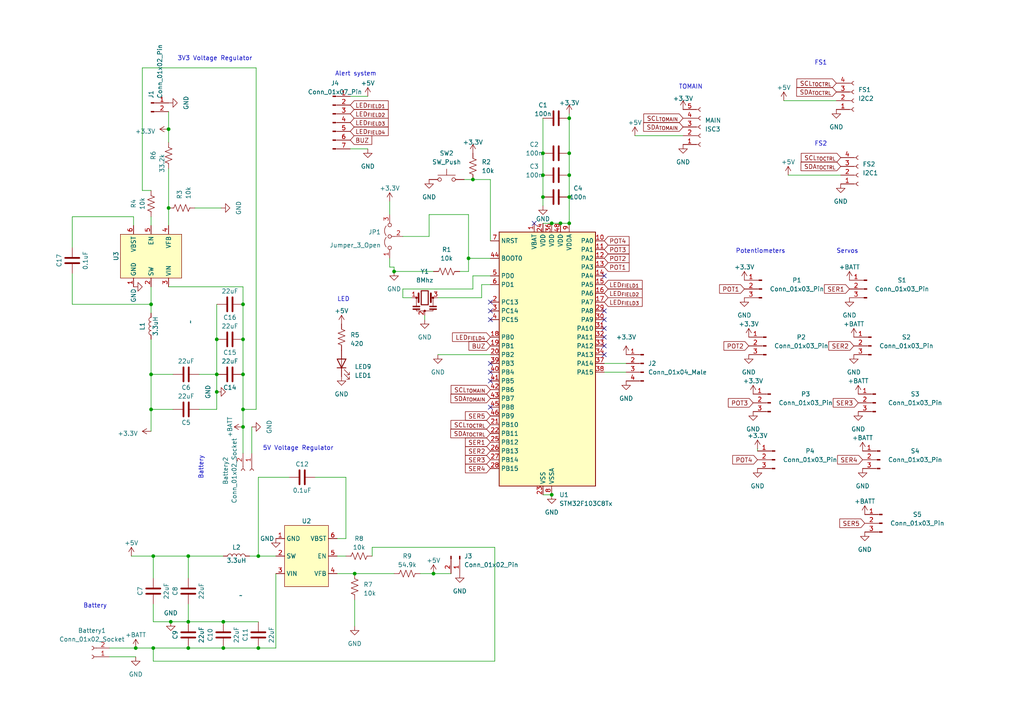
<source format=kicad_sch>
(kicad_sch (version 20230121) (generator eeschema)
  (paper "A4")
  (title_block (title "Falcon Control MAIN") (date "2023-11-30") (rev "8") (company "Human Powered Vehicles Design Team @ UOFT") (comment 1 "Supervised by Savo Bajic") (comment 2 "Designed by Abdullah Alsafar"))
  (lib_symbols
    (symbol "Connector:Conn_01x02_Pin" (pin_names (offset 1.016) hide)
      (property "Reference" "J" (at 0 2.54 0))
      (property "Value" "Conn_01x02_Pin" (at 0 -5.08 0))
      (symbol "Conn_01x02_Pin_1_1"
        (pin passive line (at 5.08 0 180) (length 3.81) (name "Pin_1") (number "1"))
        (pin passive line (at 5.08 -2.54 180) (length 3.81) (name "Pin_2") (number "2"))
      )
    )
    (symbol "Connector:Conn_01x02_Socket" (pin_names (offset 1.016) hide)
      (property "Reference" "J" (at 0 2.54 0))
      (property "Value" "Conn_01x02_Socket" (at 0 -5.08 0))
      (symbol "Conn_01x02_Socket_1_1"
        (pin passive line (at -5.08 0 0) (length 3.81) (name "Pin_1") (number "1"))
        (pin passive line (at -5.08 -2.54 0) (length 3.81) (name "Pin_2") (number "2"))
      )
    )
    (symbol "Connector:Conn_01x03_Pin" (pin_names (offset 1.016) hide)
      (property "Reference" "J" (at 0 5.08 0))
      (property "Value" "Conn_01x03_Pin" (at 0 -5.08 0))
      (symbol "Conn_01x03_Pin_1_1"
        (pin passive line (at 5.08 2.54 180) (length 3.81) (name "Pin_1") (number "1"))
        (pin passive line (at 5.08 0 180) (length 3.81) (name "Pin_2") (number "2"))
        (pin passive line (at 5.08 -2.54 180) (length 3.81) (name "Pin_3") (number "3"))
      )
    )
    (symbol "Connector:Conn_01x04_Male" (pin_names (offset 1.016) hide)
      (property "Reference" "J" (at 0 5.08 0))
      (property "Value" "Conn_01x04_Male" (at 0 -7.62 0))
      (symbol "Conn_01x04_Male_1_1"
        (pin passive line (at 5.08 2.54 180) (length 3.81) (name "Pin_1") (number "1"))
        (pin passive line (at 5.08 0 180) (length 3.81) (name "Pin_2") (number "2"))
        (pin passive line (at 5.08 -2.54 180) (length 3.81) (name "Pin_3") (number "3"))
        (pin passive line (at 5.08 -5.08 180) (length 3.81) (name "Pin_4") (number "4"))
      )
    )
    (symbol "Connector:Conn_01x04_Socket" (pin_names (offset 1.016) hide)
      (property "Reference" "J" (at 0 5.08 0))
      (property "Value" "Conn_01x04_Socket" (at 0 -7.62 0))
      (symbol "Conn_01x04_Socket_1_1"
        (pin passive line (at -5.08 2.54 0) (length 3.81) (name "Pin_1") (number "1"))
        (pin passive line (at -5.08 0 0) (length 3.81) (name "Pin_2") (number "2"))
        (pin passive line (at -5.08 -2.54 0) (length 3.81) (name "Pin_3") (number "3"))
        (pin passive line (at -5.08 -5.08 0) (length 3.81) (name "Pin_4") (number "4"))
      )
    )
    (symbol "Connector:Conn_01x05_Socket" (pin_names (offset 1.016) hide)
      (property "Reference" "J" (at 0 7.62 0))
      (property "Value" "Conn_01x05_Socket" (at 0 -7.62 0))
      (symbol "Conn_01x05_Socket_1_1"
        (pin passive line (at -5.08 5.08 0) (length 3.81) (name "Pin_1") (number "1"))
        (pin passive line (at -5.08 2.54 0) (length 3.81) (name "Pin_2") (number "2"))
        (pin passive line (at -5.08 0 0) (length 3.81) (name "Pin_3") (number "3"))
        (pin passive line (at -5.08 -2.54 0) (length 3.81) (name "Pin_4") (number "4"))
        (pin passive line (at -5.08 -5.08 0) (length 3.81) (name "Pin_5") (number "5"))
      )
    )
    (symbol "Connector:Conn_01x07_Pin" (pin_names (offset 1.016) hide)
      (property "Reference" "J" (at 0 10.16 0))
      (property "Value" "Conn_01x07_Pin" (at 0 -10.16 0))
      (symbol "Conn_01x07_Pin_1_1"
        (pin passive line (at 5.08 7.62 180) (length 3.81) (name "Pin_1") (number "1"))
        (pin passive line (at 5.08 5.08 180) (length 3.81) (name "Pin_2") (number "2"))
        (pin passive line (at 5.08 2.54 180) (length 3.81) (name "Pin_3") (number "3"))
        (pin passive line (at 5.08 0 180) (length 3.81) (name "Pin_4") (number "4"))
        (pin passive line (at 5.08 -2.54 180) (length 3.81) (name "Pin_5") (number "5"))
        (pin passive line (at 5.08 -5.08 180) (length 3.81) (name "Pin_6") (number "6"))
        (pin passive line (at 5.08 -7.62 180) (length 3.81) (name "Pin_7") (number "7"))
      )
    )
    (symbol "Device:C" (pin_numbers hide) (pin_names (offset 0.254))
      (property "Reference" "C" (at 0.635 2.54 0))
      (property "Value" "C" (at 0.635 -2.54 0))
      (symbol "C_1_1"
        (pin passive line (at 0 3.81 270) (length 2.794) (name "~") (number "1"))
        (pin passive line (at 0 -3.81 90) (length 2.794) (name "~") (number "2"))
      )
    )
    (symbol "Device:L" (pin_numbers hide) (pin_names (offset 1.016) hide)
      (property "Reference" "L" (at -1.27 0 90))
      (property "Value" "L" (at 1.905 0 90))
      (symbol "L_1_1"
        (pin passive line (at 0 3.81 270) (length 1.27) (name "1") (number "1"))
        (pin passive line (at 0 -3.81 90) (length 1.27) (name "2") (number "2"))
      )
    )
    (symbol "Device:LED" (pin_numbers hide) (pin_names (offset 1.016) hide)
      (property "Reference" "D" (at 0 2.54 0))
      (property "Value" "LED" (at 0 -2.54 0))
      (symbol "LED_1_1"
        (pin passive line (at -3.81 0 0) (length 2.54) (name "K") (number "1"))
        (pin passive line (at 3.81 0 180) (length 2.54) (name "A") (number "2"))
      )
    )
    (symbol "Device:R_US" (pin_numbers hide) (pin_names (offset 0))
      (property "Reference" "R" (at 2.54 0 90))
      (property "Value" "R_US" (at -2.54 0 90))
      (symbol "R_US_1_1"
        (pin passive line (at 0 3.81 270) (length 1.27) (name "~") (number "1"))
        (pin passive line (at 0 -3.81 90) (length 1.27) (name "~") (number "2"))
      )
    )
    (symbol "Device:Resonator" (pin_names (offset 1.016) hide)
      (property "Reference" "Y" (at 0 5.715 0))
      (property "Value" "Resonator" (at 0 3.81 0))
      (symbol "Resonator_1_1"
        (pin passive line (at -3.81 0 0) (length 1.27) (name "1") (number "1"))
        (pin passive line (at 0 -5.08 90) (length 1.27) (name "2") (number "2"))
        (pin passive line (at 3.81 0 180) (length 1.27) (name "3") (number "3"))
      )
    )
    (symbol "Jumper:Jumper_3_Open" (pin_names (offset 0) hide)
      (property "Reference" "JP" (at -2.54 -2.54 0))
      (property "Value" "Jumper_3_Open" (at 0 2.794 0))
      (symbol "Jumper_3_Open_1_1"
        (pin passive line (at -6.35 0 0) (length 2.54) (name "A") (number "1"))
        (pin passive line (at 0 -3.81 90) (length 2.54) (name "C") (number "2"))
        (pin passive line (at 6.35 0 180) (length 2.54) (name "B") (number "3"))
      )
    )
    (symbol "MCU_ST_STM32F1:STM32F103C8Tx"
      (property "Reference" "U" (at -12.7 39.37 0))
      (property "Value" "STM32F103C8Tx" (at 10.16 39.37 0))
      (symbol "STM32F103C8Tx_1_1"
        (pin power_in line (at -2.54 40.64 270) (length 2.54) (name "VBAT") (number "1"))
        (pin bidirectional line (at 17.78 35.56 180) (length 2.54) (name "PA0") (number "10"))
        (pin bidirectional line (at 17.78 33.02 180) (length 2.54) (name "PA1") (number "11"))
        (pin bidirectional line (at 17.78 30.48 180) (length 2.54) (name "PA2") (number "12"))
        (pin bidirectional line (at 17.78 27.94 180) (length 2.54) (name "PA3") (number "13"))
        (pin bidirectional line (at 17.78 25.4 180) (length 2.54) (name "PA4") (number "14"))
        (pin bidirectional line (at 17.78 22.86 180) (length 2.54) (name "PA5") (number "15"))
        (pin bidirectional line (at 17.78 20.32 180) (length 2.54) (name "PA6") (number "16"))
        (pin bidirectional line (at 17.78 17.78 180) (length 2.54) (name "PA7") (number "17"))
        (pin bidirectional line (at -15.24 7.62 0) (length 2.54) (name "PB0") (number "18"))
        (pin bidirectional line (at -15.24 5.08 0) (length 2.54) (name "PB1") (number "19"))
        (pin bidirectional line (at -15.24 17.78 0) (length 2.54) (name "PC13") (number "2"))
        (pin bidirectional line (at -15.24 2.54 0) (length 2.54) (name "PB2") (number "20"))
        (pin bidirectional line (at -15.24 -17.78 0) (length 2.54) (name "PB10") (number "21"))
        (pin bidirectional line (at -15.24 -20.32 0) (length 2.54) (name "PB11") (number "22"))
        (pin power_in line (at 0 -38.1 90) (length 2.54) (name "VSS") (number "23"))
        (pin power_in line (at 0 40.64 270) (length 2.54) (name "VDD") (number "24"))
        (pin bidirectional line (at -15.24 -22.86 0) (length 2.54) (name "PB12") (number "25"))
        (pin bidirectional line (at -15.24 -25.4 0) (length 2.54) (name "PB13") (number "26"))
        (pin bidirectional line (at -15.24 -27.94 0) (length 2.54) (name "PB14") (number "27"))
        (pin bidirectional line (at -15.24 -30.48 0) (length 2.54) (name "PB15") (number "28"))
        (pin bidirectional line (at 17.78 15.24 180) (length 2.54) (name "PA8") (number "29"))
        (pin bidirectional line (at -15.24 15.24 0) (length 2.54) (name "PC14") (number "3"))
        (pin bidirectional line (at 17.78 12.7 180) (length 2.54) (name "PA9") (number "30"))
        (pin bidirectional line (at 17.78 10.16 180) (length 2.54) (name "PA10") (number "31"))
        (pin bidirectional line (at 17.78 7.62 180) (length 2.54) (name "PA11") (number "32"))
        (pin bidirectional line (at 17.78 5.08 180) (length 2.54) (name "PA12") (number "33"))
        (pin bidirectional line (at 17.78 2.54 180) (length 2.54) (name "PA13") (number "34"))
        (pin passive line (at 0 -38.1 90) (length 2.54) hide (name "VSS") (number "35"))
        (pin power_in line (at 2.54 40.64 270) (length 2.54) (name "VDD") (number "36"))
        (pin bidirectional line (at 17.78 0 180) (length 2.54) (name "PA14") (number "37"))
        (pin bidirectional line (at 17.78 -2.54 180) (length 2.54) (name "PA15") (number "38"))
        (pin bidirectional line (at -15.24 0 0) (length 2.54) (name "PB3") (number "39"))
        (pin bidirectional line (at -15.24 12.7 0) (length 2.54) (name "PC15") (number "4"))
        (pin bidirectional line (at -15.24 -2.54 0) (length 2.54) (name "PB4") (number "40"))
        (pin bidirectional line (at -15.24 -5.08 0) (length 2.54) (name "PB5") (number "41"))
        (pin bidirectional line (at -15.24 -7.62 0) (length 2.54) (name "PB6") (number "42"))
        (pin bidirectional line (at -15.24 -10.16 0) (length 2.54) (name "PB7") (number "43"))
        (pin input line (at -15.24 30.48 0) (length 2.54) (name "BOOT0") (number "44"))
        (pin bidirectional line (at -15.24 -12.7 0) (length 2.54) (name "PB8") (number "45"))
        (pin bidirectional line (at -15.24 -15.24 0) (length 2.54) (name "PB9") (number "46"))
        (pin passive line (at 0 -38.1 90) (length 2.54) hide (name "VSS") (number "47"))
        (pin power_in line (at 5.08 40.64 270) (length 2.54) (name "VDD") (number "48"))
        (pin bidirectional line (at -15.24 25.4 0) (length 2.54) (name "PD0") (number "5"))
        (pin bidirectional line (at -15.24 22.86 0) (length 2.54) (name "PD1") (number "6"))
        (pin input line (at -15.24 35.56 0) (length 2.54) (name "NRST") (number "7"))
        (pin power_in line (at 2.54 -38.1 90) (length 2.54) (name "VSSA") (number "8"))
        (pin power_in line (at 7.62 40.64 270) (length 2.54) (name "VDDA") (number "9"))
      )
    )
    (symbol "Regulators:TPS563208DDCR"
      (property "Reference" "U" (at -5.08 10.16 0))
      (symbol "TPS563208DDCR_1_1"
        (pin input line (at -8.89 5.08 0) (length 2.54) (name "GND") (number "1"))
        (pin input line (at -8.89 0 0) (length 2.54) (name "SW") (number "2"))
        (pin input line (at -8.89 -5.08 0) (length 2.54) (name "VIN") (number "3"))
        (pin input line (at 8.89 -5.08 180) (length 2.54) (name "VFB") (number "4"))
        (pin input line (at 8.89 0 180) (length 2.54) (name "EN") (number "5"))
        (pin input line (at 8.89 5.08 180) (length 2.54) (name "VBST") (number "6"))
      )
    )
    (symbol "Switch:SW_Push" (pin_numbers hide) (pin_names (offset 1.016) hide)
      (property "Reference" "SW" (at 1.27 2.54 0))
      (property "Value" "SW_Push" (at 0 -1.524 0))
      (symbol "SW_Push_0_1"
        (pin passive line (at -5.08 0 0) (length 2.54) (name "1") (number "1"))
        (pin passive line (at 5.08 0 180) (length 2.54) (name "2") (number "2"))
      )
    )
    (symbol "power:+3.3V" (power) (pin_names (offset 0))
      (property "Value" "+3.3V" (at 0 3.556 0))
      (symbol "+3.3V_1_1"
        (pin power_in line (at 0 0 90) (length 0) hide (name "+3.3V") (number "1"))
      )
    )
    (symbol "power:+5V" (power) (pin_names (offset 0))
      (property "Value" "+5V" (at 0 3.556 0))
      (symbol "+5V_1_1"
        (pin power_in line (at 0 0 90) (length 0) hide (name "+5V") (number "1"))
      )
    )
    (symbol "power:+BATT" (power) (pin_names (offset 0))
      (property "Value" "+BATT" (at 0 3.556 0))
      (symbol "+BATT_1_1"
        (pin power_in line (at 0 0 90) (length 0) hide (name "+BATT") (number "1"))
      )
    )
    (symbol "power:GND" (power) (pin_names (offset 0))
      (property "Value" "GND" (at 0 -3.81 0))
      (symbol "GND_1_1"
        (pin power_in line (at 0 0 270) (length 0) hide (name "GND") (number "1"))
      )
    )
  )
  (junction (at 165.1 64.77))
  (junction (at 74.93 187.96))
  (junction (at 54.61 187.96))
  (junction (at 62.865 98.425))
  (junction (at 48.895 60.325))
  (junction (at 165.1 44.45))
  (junction (at 165.1 57.15))
  (junction (at 135.89 74.93))
  (junction (at 62.865 113.665))
  (junction (at 70.485 123.825))
  (junction (at 48.895 37.465))
  (junction (at 74.93 161.29))
  (junction (at 157.48 44.45))
  (junction (at 64.77 187.96))
  (junction (at 54.61 180.34))
  (junction (at 62.865 108.585))
  (junction (at 43.815 108.585))
  (junction (at 44.45 187.96))
  (junction (at 70.485 118.745))
  (junction (at 114.3 78.74))
  (junction (at 70.485 108.585))
  (junction (at 43.815 88.265))
  (junction (at 162.56 64.77))
  (junction (at 44.45 161.29))
  (junction (at 102.87 166.37))
  (junction (at 137.16 52.07))
  (junction (at 39.37 187.96))
  (junction (at 165.1 34.29))
  (junction (at 160.02 64.77))
  (junction (at 70.485 98.425))
  (junction (at 64.77 180.34))
  (junction (at 70.485 88.265))
  (junction (at 160.02 143.51))
  (junction (at 157.48 57.15))
  (junction (at 49.53 180.34))
  (junction (at 43.815 118.745))
  (junction (at 54.61 161.29))
  (junction (at 165.1 50.8))
  (junction (at 157.48 50.8))
  (junction (at 125.73 166.37))
  (no_connect (at 175.26 100.33))
  (no_connect (at 142.24 110.49))
  (no_connect (at 175.26 95.25))
  (no_connect (at 154.94 64.77))
  (no_connect (at 175.26 92.71))
  (no_connect (at 175.26 97.79))
  (no_connect (at 142.24 87.63))
  (no_connect (at 175.26 80.01))
  (no_connect (at 142.24 105.41))
  (no_connect (at 142.24 118.11))
  (no_connect (at 142.24 92.71))
  (no_connect (at 175.26 102.87))
  (no_connect (at 175.26 90.17))
  (no_connect (at 142.24 107.95))
  (no_connect (at 142.24 90.17))
  (wire (pts (xy 107.95 158.75) (xy 143.51 158.75)))
  (wire (pts (xy 143.51 158.75) (xy 143.51 191.77)))
  (wire (pts (xy 62.865 98.425) (xy 62.865 108.585)))
  (wire (pts (xy 102.87 166.37) (xy 97.79 166.37)))
  (wire (pts (xy 142.24 82.55) (xy 139.7 82.55)))
  (wire (pts (xy 56.515 60.325) (xy 64.135 60.325)))
  (wire (pts (xy 70.485 118.745) (xy 70.485 108.585)))
  (wire (pts (xy 124.46 62.23) (xy 124.46 68.58)))
  (wire (pts (xy 70.485 108.585) (xy 70.485 98.425)))
  (wire (pts (xy 62.865 88.265) (xy 62.865 98.425)))
  (wire (pts (xy 54.61 175.26) (xy 54.61 180.34)))
  (wire (pts (xy 64.77 187.96) (xy 74.93 187.96)))
  (wire (pts (xy 133.35 78.74) (xy 135.89 78.74)))
  (wire (pts (xy 57.785 118.745) (xy 62.865 118.745)))
  (wire (pts (xy 43.815 90.805) (xy 43.815 88.265)))
  (wire (pts (xy 228.6 50.8) (xy 243.84 50.8)))
  (wire (pts (xy 127 86.36) (xy 139.7 86.36)))
  (wire (pts (xy 114.3 78.74) (xy 125.73 78.74)))
  (wire (pts (xy 114.3 77.47) (xy 114.3 78.74)))
  (wire (pts (xy 142.24 52.07) (xy 142.24 69.85)))
  (wire (pts (xy 139.7 82.55) (xy 139.7 86.36)))
  (wire (pts (xy 50.165 118.745) (xy 43.815 118.745)))
  (wire (pts (xy 41.275 19.685) (xy 74.295 19.685)))
  (wire (pts (xy 41.275 55.245) (xy 43.815 55.245)))
  (wire (pts (xy 113.03 74.93) (xy 113.03 77.47)))
  (wire (pts (xy 107.95 158.75) (xy 107.95 161.29)))
  (wire (pts (xy 70.485 123.825) (xy 70.485 118.745)))
  (wire (pts (xy 70.485 83.185) (xy 70.485 88.265)))
  (wire (pts (xy 157.48 44.45) (xy 157.48 50.8)))
  (wire (pts (xy 44.45 180.34) (xy 49.53 180.34)))
  (wire (pts (xy 44.45 175.26) (xy 44.45 180.34)))
  (wire (pts (xy 43.815 108.585) (xy 43.815 98.425)))
  (wire (pts (xy 175.26 107.95) (xy 181.61 107.95)))
  (wire (pts (xy 165.1 57.15) (xy 165.1 64.77)))
  (wire (pts (xy 165.1 50.8) (xy 165.1 57.15)))
  (wire (pts (xy 39.37 190.5) (xy 31.75 190.5)))
  (wire (pts (xy 62.865 108.585) (xy 62.865 113.665)))
  (wire (pts (xy 44.45 187.96) (xy 54.61 187.96)))
  (wire (pts (xy 70.485 98.425) (xy 70.485 88.265)))
  (wire (pts (xy 20.955 79.375) (xy 20.955 88.265)))
  (wire (pts (xy 38.1 161.29) (xy 44.45 161.29)))
  (wire (pts (xy 165.1 34.29) (xy 165.1 44.45)))
  (wire (pts (xy 135.89 62.23) (xy 135.89 74.93)))
  (wire (pts (xy 48.895 83.185) (xy 70.485 83.185)))
  (wire (pts (xy 72.39 161.29) (xy 74.93 161.29)))
  (wire (pts (xy 142.24 74.93) (xy 135.89 74.93)))
  (wire (pts (xy 48.895 37.465) (xy 48.895 41.275)))
  (wire (pts (xy 100.33 138.43) (xy 91.44 138.43)))
  (wire (pts (xy 80.01 187.96) (xy 74.93 187.96)))
  (wire (pts (xy 100.33 156.21) (xy 100.33 138.43)))
  (wire (pts (xy 39.37 187.96) (xy 44.45 187.96)))
  (wire (pts (xy 74.295 19.685) (xy 74.295 118.745)))
  (wire (pts (xy 137.16 80.01) (xy 142.24 80.01)))
  (wire (pts (xy 135.89 62.23) (xy 124.46 62.23)))
  (wire (pts (xy 106.68 27.94) (xy 101.6 27.94)))
  (wire (pts (xy 83.82 138.43) (xy 74.93 138.43)))
  (wire (pts (xy 116.84 86.36) (xy 119.38 86.36)))
  (wire (pts (xy 162.56 64.77) (xy 165.1 64.77)))
  (wire (pts (xy 143.51 191.77) (xy 44.45 191.77)))
  (wire (pts (xy 48.895 32.385) (xy 48.895 37.465)))
  (wire (pts (xy 100.33 156.21) (xy 97.79 156.21)))
  (wire (pts (xy 137.16 83.82) (xy 137.16 80.01)))
  (wire (pts (xy 44.45 191.77) (xy 44.45 187.96)))
  (wire (pts (xy 116.84 83.82) (xy 116.84 86.36)))
  (wire (pts (xy 74.93 180.34) (xy 64.77 180.34)))
  (wire (pts (xy 80.01 166.37) (xy 80.01 187.96)))
  (wire (pts (xy 114.3 166.37) (xy 102.87 166.37)))
  (wire (pts (xy 165.1 33.02) (xy 165.1 34.29)))
  (wire (pts (xy 57.785 108.585) (xy 62.865 108.585)))
  (wire (pts (xy 48.895 60.325) (xy 48.895 65.405)))
  (wire (pts (xy 43.815 118.745) (xy 43.815 108.585)))
  (wire (pts (xy 219.71 130.175) (xy 219.71 130.81)))
  (wire (pts (xy 175.26 105.41) (xy 181.61 105.41)))
  (wire (pts (xy 44.45 167.64) (xy 44.45 161.29)))
  (wire (pts (xy 157.48 57.15) (xy 157.48 59.69)))
  (wire (pts (xy 157.48 34.29) (xy 157.48 44.45)))
  (wire (pts (xy 157.48 50.8) (xy 157.48 57.15)))
  (wire (pts (xy 74.295 118.745) (xy 70.485 118.745)))
  (wire (pts (xy 31.75 187.96) (xy 39.37 187.96)))
  (wire (pts (xy 20.955 88.265) (xy 43.815 88.265)))
  (wire (pts (xy 54.61 167.64) (xy 54.61 161.29)))
  (wire (pts (xy 227.33 29.21) (xy 242.57 29.21)))
  (wire (pts (xy 106.68 43.18) (xy 101.6 43.18)))
  (wire (pts (xy 135.89 74.93) (xy 135.89 78.74)))
  (wire (pts (xy 160.02 64.77) (xy 162.56 64.77)))
  (wire (pts (xy 74.93 138.43) (xy 74.93 161.29)))
  (wire (pts (xy 50.165 108.585) (xy 43.815 108.585)))
  (wire (pts (xy 113.03 77.47) (xy 114.3 77.47)))
  (wire (pts (xy 157.48 64.77) (xy 160.02 64.77)))
  (wire (pts (xy 184.15 39.37) (xy 198.12 39.37)))
  (wire (pts (xy 41.275 55.245) (xy 41.275 19.685)))
  (wire (pts (xy 157.48 143.51) (xy 160.02 143.51)))
  (wire (pts (xy 64.77 180.34) (xy 54.61 180.34)))
  (wire (pts (xy 125.73 166.37) (xy 121.92 166.37)))
  (wire (pts (xy 137.16 52.07) (xy 142.24 52.07)))
  (wire (pts (xy 20.955 62.865) (xy 20.955 71.755)))
  (wire (pts (xy 165.1 44.45) (xy 165.1 50.8)))
  (wire (pts (xy 54.61 187.96) (xy 64.77 187.96)))
  (wire (pts (xy 70.485 131.445) (xy 70.485 123.825)))
  (wire (pts (xy 134.62 52.07) (xy 137.16 52.07)))
  (wire (pts (xy 100.33 161.29) (xy 97.79 161.29)))
  (wire (pts (xy 127 102.87) (xy 142.24 102.87)))
  (wire (pts (xy 116.84 83.82) (xy 137.16 83.82)))
  (wire (pts (xy 38.735 62.865) (xy 38.735 65.405)))
  (wire (pts (xy 102.87 173.99) (xy 102.87 181.61)))
  (wire (pts (xy 43.815 88.265) (xy 43.815 83.185)))
  (wire (pts (xy 62.865 118.745) (xy 62.865 113.665)))
  (wire (pts (xy 113.03 58.42) (xy 113.03 62.23)))
  (wire (pts (xy 125.73 166.37) (xy 130.81 166.37)))
  (wire (pts (xy 73.025 123.825) (xy 73.025 131.445)))
  (wire (pts (xy 54.61 161.29) (xy 64.77 161.29)))
  (wire (pts (xy 38.735 62.865) (xy 20.955 62.865)))
  (wire (pts (xy 44.45 161.29) (xy 54.61 161.29)))
  (wire (pts (xy 43.815 62.865) (xy 43.815 65.405)))
  (wire (pts (xy 74.93 161.29) (xy 80.01 161.29)))
  (wire (pts (xy 124.46 68.58) (xy 116.84 68.58)))
  (wire (pts (xy 54.61 180.34) (xy 49.53 180.34)))
  (wire (pts (xy 43.815 125.095) (xy 43.815 118.745)))
  (wire (pts (xy 123.19 92.71) (xy 123.19 91.44)))
  (wire (pts (xy 48.895 48.895) (xy 48.895 60.325)))
  (text "FS1\n" (at 236.22 19.05 0) (effects (font (size 1.27 1.27)) (justify left bottom)))
  (text "Servos" (at 242.57 73.66 0) (effects (font (size 1.27 1.27)) (justify left bottom)))
  (text "Alert system" (at 97.155 22.225 0) (effects (font (size 1.27 1.27)) (justify left bottom)))
  (text "FS2" (at 236.22 42.545 0) (effects (font (size 1.27 1.27)) (justify left bottom)))
  (text "5V Voltage Regulator" (at 76.2 130.81 0) (effects (font (size 1.27 1.27)) (justify left bottom)))
  (text "TOMAIN" (at 196.85 26.035 0) (effects (font (size 1.27 1.27)) (justify left bottom)))
  (text "Potentiometers" (at 213.36 73.66 0) (effects (font (size 1.27 1.27)) (justify left bottom)))
  (text "LED" (at 97.79 87.63 0) (effects (font (size 1.27 1.27)) (justify left bottom)))
  (text "3V3 Voltage Regulator" (at 51.435 17.78 0) (effects (font (size 1.27 1.27)) (justify left bottom)))
  (text "Battery" (at 59.055 139.065 90) (effects (font (size 1.27 1.27)) (justify left bottom)))
  (text "Battery" (at 24.13 176.53 0) (effects (font (size 1.27 1.27)) (justify left bottom)))
  (global_label "LED_{FIELD4}" (shape input) (at 101.6 38.1 0) (property "Intersheetrefs" "${INTERSHEET_REFS}" (effects hide)))
  (global_label "BUZ" (shape input) (at 101.6 40.64 0) (property "Intersheetrefs" "${INTERSHEET_REFS}" (effects hide)))
  (global_label "LED_{FIELD3}" (shape input) (at 101.6 35.56 0) (property "Intersheetrefs" "${INTERSHEET_REFS}" (effects hide)))
  (global_label "SER1" (shape input) (at 246.38 83.82 180) (property "Intersheetrefs" "${INTERSHEET_REFS}" (effects hide)))
  (global_label "POT1" (shape input) (at 175.26 77.47 0) (property "Intersheetrefs" "${INTERSHEET_REFS}" (effects hide)))
  (global_label "SER4" (shape input) (at 250.19 133.35 180) (property "Intersheetrefs" "${INTERSHEET_REFS}" (effects hide)))
  (global_label "SDA_{TOCTRL}" (shape input) (at 243.84 48.26 180) (property "Intersheetrefs" "${INTERSHEET_REFS}" (effects hide)))
  (global_label "SCL_{TOMAIN}" (shape input) (at 142.24 113.03 180) (property "Intersheetrefs" "${INTERSHEET_REFS}" (effects hide)))
  (global_label "POT1" (shape input) (at 215.9 83.82 180) (property "Intersheetrefs" "${INTERSHEET_REFS}" (effects hide)))
  (global_label "BUZ" (shape input) (at 142.24 100.33 180) (property "Intersheetrefs" "${INTERSHEET_REFS}" (effects hide)))
  (global_label "POT3" (shape input) (at 218.44 116.84 180) (property "Intersheetrefs" "${INTERSHEET_REFS}" (effects hide)))
  (global_label "SDA_{TOCTRL}" (shape input) (at 242.57 26.67 180) (property "Intersheetrefs" "${INTERSHEET_REFS}" (effects hide)))
  (global_label "SER5" (shape input) (at 142.24 120.65 180) (property "Intersheetrefs" "${INTERSHEET_REFS}" (effects hide)))
  (global_label "SER2" (shape input) (at 247.65 100.33 180) (property "Intersheetrefs" "${INTERSHEET_REFS}" (effects hide)))
  (global_label "SCL_{TOCTRL}" (shape input) (at 242.57 24.13 180) (property "Intersheetrefs" "${INTERSHEET_REFS}" (effects hide)))
  (global_label "POT2" (shape input) (at 175.26 74.93 0) (property "Intersheetrefs" "${INTERSHEET_REFS}" (effects hide)))
  (global_label "SDA_{TOMAIN}" (shape input) (at 142.24 115.57 180) (property "Intersheetrefs" "${INTERSHEET_REFS}" (effects hide)))
  (global_label "LED_{FIELD1}" (shape input) (at 101.6 30.48 0) (property "Intersheetrefs" "${INTERSHEET_REFS}" (effects hide)))
  (global_label "SER3" (shape input) (at 248.92 116.84 180) (property "Intersheetrefs" "${INTERSHEET_REFS}" (effects hide)))
  (global_label "SER5" (shape input) (at 250.825 151.765 180) (property "Intersheetrefs" "${INTERSHEET_REFS}" (effects hide)))
  (global_label "SER4" (shape input) (at 142.24 135.89 180) (property "Intersheetrefs" "${INTERSHEET_REFS}" (effects hide)))
  (global_label "LED_{FIELD2}" (shape input) (at 175.26 85.09 0) (property "Intersheetrefs" "${INTERSHEET_REFS}" (effects hide)))
  (global_label "SER3" (shape input) (at 142.24 133.35 180) (property "Intersheetrefs" "${INTERSHEET_REFS}" (effects hide)))
  (global_label "LED_{FIELD2}" (shape input) (at 101.6 33.02 0) (property "Intersheetrefs" "${INTERSHEET_REFS}" (effects hide)))
  (global_label "LED_{FIELD1}" (shape input) (at 175.26 82.55 0) (property "Intersheetrefs" "${INTERSHEET_REFS}" (effects hide)))
  (global_label "LED_{FIELD3}" (shape input) (at 175.26 87.63 0) (property "Intersheetrefs" "${INTERSHEET_REFS}" (effects hide)))
  (global_label "POT2" (shape input) (at 217.17 100.33 180) (property "Intersheetrefs" "${INTERSHEET_REFS}" (effects hide)))
  (global_label "SDA_{TOCTRL}" (shape input) (at 142.24 125.73 180) (property "Intersheetrefs" "${INTERSHEET_REFS}" (effects hide)))
  (global_label "POT4" (shape input) (at 175.26 69.85 0) (property "Intersheetrefs" "${INTERSHEET_REFS}" (effects hide)))
  (global_label "SDA_{TOMAIN}" (shape input) (at 198.12 36.83 180) (property "Intersheetrefs" "${INTERSHEET_REFS}" (effects hide)))
  (global_label "LED_{FIELD4}" (shape input) (at 142.24 97.79 180) (property "Intersheetrefs" "${INTERSHEET_REFS}" (effects hide)))
  (global_label "POT3" (shape input) (at 175.26 72.39 0) (property "Intersheetrefs" "${INTERSHEET_REFS}" (effects hide)))
  (global_label "SER2" (shape input) (at 142.24 130.81 180) (property "Intersheetrefs" "${INTERSHEET_REFS}" (effects hide)))
  (global_label "SCL_{TOMAIN}" (shape input) (at 198.12 34.29 180) (property "Intersheetrefs" "${INTERSHEET_REFS}" (effects hide)))
  (global_label "SER1" (shape input) (at 142.24 128.27 180) (property "Intersheetrefs" "${INTERSHEET_REFS}" (effects hide)))
  (global_label "POT4" (shape input) (at 219.71 133.35 180) (property "Intersheetrefs" "${INTERSHEET_REFS}" (effects hide)))
  (global_label "SCL_{TOCTRL}" (shape input) (at 243.84 45.72 180) (property "Intersheetrefs" "${INTERSHEET_REFS}" (effects hide)))
  (global_label "SCL_{TOCTRL}" (shape input) (at 142.24 123.19 180) (property "Intersheetrefs" "${INTERSHEET_REFS}" (effects hide)))
  (symbol (lib_id "power:GND") (at 218.44 119.38 0) (unit 1)
    (property "Reference" "#PWR06" (effects hide))
    (property "Value" "GND" (at 218.44 124.46 0))
  )
  (symbol (lib_id "power:+3.3V") (at 48.895 37.465 90) (unit 1)
    (property "Reference" "#PWR057" (effects hide))
    (property "Value" "+3.3V" (at 45.085 38.1 90) (effects (justify left)))
  )
  (symbol (lib_id "Connector:Conn_01x03_Pin") (at 251.46 83.82 0) (mirror y) (unit 1)
    (property "Reference" "S1" (at 261.62 81.28 0))
    (property "Value" "Conn_01x03_Pin" (at 261.62 83.82 0))
    (property "Footprint" "Connector_JST:JST_EH_B3B-EH-A_1x03_P2.50mm_Vertical" (effects hide))
  )
  (symbol (lib_id "power:GND") (at 64.135 60.325 90) (unit 1)
    (property "Reference" "#PWR047" (effects hide))
    (property "Value" "GND" (at 69.215 60.325 0))
  )
  (symbol (lib_id "power:+3.3V") (at 218.44 114.3 0) (unit 1)
    (property "Reference" "#PWR03" (effects hide))
    (property "Value" "+3.3V" (at 218.44 110.49 0))
  )
  (symbol (lib_id "power:GND") (at 133.35 166.37 0) (unit 1)
    (property "Reference" "#PWR030" (effects hide))
    (property "Value" "GND" (at 133.35 171.45 0))
  )
  (symbol (lib_id "Device:C") (at 20.955 75.565 180) (unit 1)
    (property "Reference" "C17" (at 17.145 75.565 90))
    (property "Value" "0.1uF" (at 24.765 75.565 90))
    (property "Footprint" "Capacitor_SMD:C_0805_2012Metric" (effects hide))
  )
  (symbol (lib_id "power:GND") (at 248.92 119.38 0) (unit 1)
    (property "Reference" "#PWR016" (effects hide))
    (property "Value" "GND" (at 248.92 124.46 0))
  )
  (symbol (lib_id "power:GND") (at 123.19 92.71 0) (unit 1)
    (property "Reference" "#PWR042" (effects hide))
    (property "Value" "GND" (at 123.19 97.79 0))
  )
  (symbol (lib_id "power:+3.3V") (at 217.17 97.79 0) (unit 1)
    (property "Reference" "#PWR01" (effects hide))
    (property "Value" "+3.3V" (at 217.17 93.98 0))
  )
  (symbol (lib_id "power:GND") (at 39.37 190.5 0) (mirror y) (unit 1)
    (property "Reference" "#PWR038" (effects hide))
    (property "Value" "GND" (at 39.37 195.58 0))
  )
  (symbol (lib_id "power:+3.3V") (at 137.16 44.45 0) (unit 1)
    (property "Reference" "#PWR040" (effects hide))
    (property "Value" "+3.3V" (at 137.16 41.275 0))
  )
  (symbol (lib_id "power:GND") (at 124.46 52.07 0) (unit 1)
    (property "Reference" "#PWR021" (effects hide))
    (property "Value" "GND" (at 124.46 57.15 0))
  )
  (symbol (lib_id "Device:R_US") (at 137.16 48.26 0) (unit 1)
    (property "Reference" "R2" (at 139.7 46.9899 0) (effects (justify left)))
    (property "Value" "10k" (at 139.7 49.5299 0) (effects (justify left)))
    (property "Footprint" "Resistor_SMD:R_0603_1608Metric" (effects hide))
  )
  (symbol (lib_id "power:+5V") (at 184.15 39.37 0) (unit 1)
    (property "Reference" "#PWR09" (effects hide))
    (property "Value" "+5V" (at 184.15 35.56 0))
  )
  (symbol (lib_id "Connector:Conn_01x03_Pin") (at 222.25 100.33 0) (mirror y) (unit 1)
    (property "Reference" "P2" (at 232.41 97.79 0))
    (property "Value" "Conn_01x03_Pin" (at 232.41 100.33 0))
    (property "Footprint" "Connector_JST:JST_EH_B3B-EH-A_1x03_P2.50mm_Vertical" (effects hide))
  )
  (symbol (lib_id "Device:L") (at 68.58 161.29 90) (unit 1)
    (property "Reference" "L2" (at 68.58 158.75 90))
    (property "Value" "3.3uH" (at 68.58 162.56 90))
    (property "Footprint" "Inductor_SMD:L_Taiyo-Yuden_NR-60xx" (effects hide))
  )
  (symbol (lib_id "power:+3.3V") (at 198.12 31.75 0) (unit 1)
    (property "Reference" "#PWR025" (effects hide))
    (property "Value" "+3.3V" (at 198.12 28.575 0))
  )
  (symbol (lib_id "power:GND") (at 219.71 135.89 0) (unit 1)
    (property "Reference" "#PWR08" (effects hide))
    (property "Value" "GND" (at 219.71 140.97 0))
  )
  (symbol (lib_id "Jumper:Jumper_3_Open") (at 113.03 68.58 90) (unit 1)
    (property "Reference" "JP1" (at 110.49 67.3099 90) (effects (justify left)))
    (property "Value" "Jumper_3_Open" (at 110.49 71.12 90) (effects (justify left)))
    (property "Footprint" "Jumper:SolderJumper-3_P2.0mm_Open_TrianglePad1.0x1.5mm" (effects hide))
  )
  (symbol (lib_id "power:GND") (at 250.19 135.89 0) (unit 1)
    (property "Reference" "#PWR018" (effects hide))
    (property "Value" "GND" (at 250.19 140.97 0))
  )
  (symbol (lib_id "Device:C") (at 66.675 98.425 270) (unit 1)
    (property "Reference" "C15" (at 66.675 102.235 90))
    (property "Value" "22uF" (at 66.675 94.615 90))
    (property "Footprint" "Capacitor_SMD:C_0805_2012Metric" (effects hide))
  )
  (symbol (lib_id "Device:C") (at 53.975 118.745 270) (unit 1)
    (property "Reference" "C5" (at 53.975 122.555 90))
    (property "Value" "22uF" (at 53.975 114.935 90))
    (property "Footprint" "Capacitor_SMD:C_0805_2012Metric" (effects hide))
  )
  (symbol (lib_id "Connector:Conn_01x03_Pin") (at 255.905 151.765 0) (mirror y) (unit 1)
    (property "Reference" "S5" (at 266.065 149.225 0))
    (property "Value" "Conn_01x03_Pin" (at 266.065 151.765 0))
    (property "Footprint" "Connector_JST:JST_EH_B3B-EH-A_1x03_P2.50mm_Vertical" (effects hide))
  )
  (symbol (lib_id "power:+BATT") (at 39.37 187.96 0) (unit 1)
    (property "Reference" "#PWR031" (effects hide))
    (property "Value" "+BATT" (at 39.37 184.15 0))
  )
  (symbol (lib_id "power:+3.3V") (at 165.1 33.02 0) (unit 1)
    (property "Reference" "#PWR019" (effects hide))
    (property "Value" "+3.3V" (at 165.1 29.845 0))
  )
  (symbol (lib_id "power:GND") (at 181.61 110.49 0) (unit 1)
    (property "Reference" "#PWR028" (effects hide))
    (property "Value" "GND" (at 181.61 115.57 0))
  )
  (symbol (lib_id "power:GND") (at 242.57 31.75 0) (unit 1)
    (property "Reference" "#PWR053" (effects hide))
    (property "Value" "GND" (at 242.57 36.83 0))
  )
  (symbol (lib_id "Connector:Conn_01x07_Pin") (at 96.52 35.56 0) (unit 1)
    (property "Reference" "J4" (at 97.155 24.13 0))
    (property "Value" "Conn_01x07_Pin" (at 97.155 26.67 0))
    (property "Footprint" "Connector_JST:JST_XH_B7B-XH-A_1x07_P2.50mm_Vertical" (effects hide))
  )
  (symbol (lib_id "Connector:Conn_01x03_Pin") (at 223.52 116.84 0) (mirror y) (unit 1)
    (property "Reference" "P3" (at 233.68 114.3 0))
    (property "Value" "Conn_01x03_Pin" (at 233.68 116.84 0))
    (property "Footprint" "Connector_JST:JST_EH_B3B-EH-A_1x03_P2.50mm_Vertical" (effects hide))
  )
  (symbol (lib_id "Connector:Conn_01x02_Pin") (at 133.35 161.29 270) (unit 1)
    (property "Reference" "J3" (at 134.62 161.29 90) (effects (justify left)))
    (property "Value" "Conn_01x02_Pin" (at 134.62 163.83 90) (effects (justify left)))
    (property "Footprint" "Connector_JST:JST_XH_B2B-XH-A_1x02_P2.50mm_Vertical" (effects hide))
  )
  (symbol (lib_id "Device:C") (at 53.975 108.585 270) (unit 1)
    (property "Reference" "C6" (at 53.975 112.395 90))
    (property "Value" "22uF" (at 53.975 104.775 90))
    (property "Footprint" "Capacitor_SMD:C_0805_2012Metric" (effects hide))
  )
  (symbol (lib_id "power:GND") (at 157.48 59.69 0) (unit 1)
    (property "Reference" "#PWR023" (effects hide))
    (property "Value" "GND" (at 157.48 63.5 0))
  )
  (symbol (lib_id "power:+BATT") (at 246.38 81.28 0) (unit 1)
    (property "Reference" "#PWR034" (effects hide))
    (property "Value" "+BATT" (at 246.38 77.47 0))
  )
  (symbol (lib_id "power:GND") (at 217.17 102.87 0) (unit 1)
    (property "Reference" "#PWR04" (effects hide))
    (property "Value" "GND" (at 217.17 107.95 0))
  )
  (symbol (lib_id "power:GND") (at 49.53 180.34 0) (unit 1)
    (property "Reference" "#PWR013" (effects hide))
    (property "Value" "GND" (at 49.53 177.8 0))
  )
  (symbol (lib_id "Device:R_US") (at 43.815 59.055 180) (unit 1)
    (property "Reference" "R4" (at 38.735 59.055 90))
    (property "Value" "10k" (at 41.275 59.055 90))
    (property "Footprint" "Resistor_SMD:R_0603_1608Metric" (effects hide))
  )
  (symbol (lib_id "Connector:Conn_01x05_Socket") (at 203.2 36.83 0) (mirror x) (unit 1)
    (property "Reference" "ISC3" (at 204.47 37.465 0) (effects (justify left)))
    (property "Value" "MAIN" (at 204.47 34.925 0) (effects (justify left)))
    (property "Footprint" "Connector_JST:JST_XH_B5B-XH-A_1x05_P2.50mm_Vertical" (effects hide))
  )
  (symbol (lib_id "power:GND") (at 38.735 83.185 90) (unit 1)
    (property "Reference" "#PWR046" (effects hide))
    (property "Value" "GND" (at 38.735 85.725 0))
  )
  (symbol (lib_id "Device:C") (at 66.675 88.265 270) (unit 1)
    (property "Reference" "C16" (at 66.675 92.075 90))
    (property "Value" "22uF" (at 66.675 84.455 90))
    (property "Footprint" "Capacitor_SMD:C_0805_2012Metric" (effects hide))
  )
  (symbol (lib_id "power:GND") (at 114.3 78.74 0) (unit 1)
    (property "Reference" "#PWR020" (effects hide))
    (property "Value" "GND" (at 114.3 83.82 0))
  )
  (symbol (lib_id "Connector:Conn_01x03_Pin") (at 254 116.84 0) (mirror y) (unit 1)
    (property "Reference" "S3" (at 265.43 114.3 0))
    (property "Value" "Conn_01x03_Pin" (at 265.43 116.84 0))
    (property "Footprint" "Connector_JST:JST_EH_B3B-EH-A_1x03_P2.50mm_Vertical" (effects hide))
  )
  (symbol (lib_id "Device:R_US") (at 52.705 60.325 270) (unit 1)
    (property "Reference" "R3" (at 52.07 57.785 0) (effects (justify right)))
    (property "Value" "10k" (at 54.61 57.785 0) (effects (justify right)))
    (property "Footprint" "Resistor_SMD:R_0603_1608Metric" (effects hide))
  )
  (symbol (lib_id "Regulators:TPS563208DDCR") (at 88.9 161.29 0) (unit 1)
    (property "Reference" "U2" (at 88.9 151.13 0))
    (property "Value" "~" (at 69.85 172.72 0))
    (property "Footprint" "Package_TO_SOT_SMD:TSOT-23-6" (effects hide))
  )
  (symbol (lib_id "power:+5V") (at 125.73 166.37 0) (mirror y) (unit 1)
    (property "Reference" "#PWR029" (effects hide))
    (property "Value" "+5V" (at 125.73 162.56 0))
  )
  (symbol (lib_id "Regulators:TPS563208DDCR") (at 43.815 74.295 90) (unit 1)
    (property "Reference" "U3" (at 33.655 74.295 0))
    (property "Value" "~" (at 55.245 93.345 0))
    (property "Footprint" "Package_TO_SOT_SMD:TSOT-23-6" (effects hide))
  )
  (symbol (lib_id "Device:C") (at 64.77 184.15 180) (unit 1)
    (property "Reference" "C10" (at 60.96 184.15 90))
    (property "Value" "22uF" (at 68.58 184.15 90))
    (property "Footprint" "Capacitor_SMD:C_0805_2012Metric" (effects hide))
  )
  (symbol (lib_id "Device:C") (at 161.29 34.29 90) (unit 1)
    (property "Reference" "C1" (at 157.48 30.48 90))
    (property "Value" "100n" (at 157.48 33.02 90))
    (property "Footprint" "Capacitor_SMD:C_0603_1608Metric" (effects hide))
  )
  (symbol (lib_id "Connector:Conn_01x04_Socket") (at 248.92 50.8 0) (mirror x) (unit 1)
    (property "Reference" "I2C1" (at 250.19 50.165 0) (effects (justify left)))
    (property "Value" "FS2" (at 250.19 47.625 0) (effects (justify left)))
    (property "Footprint" "Connector_JST:JST_XH_B4B-XH-A_1x04_P2.50mm_Vertical" (effects hide))
  )
  (symbol (lib_id "power:+3.3V") (at 43.815 125.095 90) (unit 1)
    (property "Reference" "#PWR048" (effects hide))
    (property "Value" "+3.3V" (at 40.005 125.73 90) (effects (justify left)))
  )
  (symbol (lib_id "power:GND") (at 102.87 181.61 0) (unit 1)
    (property "Reference" "#PWR017" (effects hide))
    (property "Value" "GND" (at 102.87 186.69 0))
  )
  (symbol (lib_id "power:GND") (at 99.06 109.22 0) (mirror y) (unit 1)
    (property "Reference" "#PWR035" (effects hide))
    (property "Value" "GND" (at 99.06 114.3 0))
  )
  (symbol (lib_id "Device:C") (at 54.61 171.45 180) (unit 1)
    (property "Reference" "C8" (at 50.8 171.45 90))
    (property "Value" "22uF" (at 58.42 171.45 90))
    (property "Footprint" "Capacitor_SMD:C_0805_2012Metric" (effects hide))
  )
  (symbol (lib_id "Device:C") (at 66.675 108.585 270) (unit 1)
    (property "Reference" "C14" (at 66.675 112.395 90))
    (property "Value" "22uF" (at 66.675 104.775 90))
    (property "Footprint" "Capacitor_SMD:C_0805_2012Metric" (effects hide))
  )
  (symbol (lib_id "power:GND") (at 106.68 43.18 0) (mirror y) (unit 1)
    (property "Reference" "#PWR033" (effects hide))
    (property "Value" "GND" (at 106.68 48.26 0))
  )
  (symbol (lib_id "Connector:Conn_01x02_Pin") (at 43.815 29.845 0) (unit 1)
    (property "Reference" "J1" (at 43.815 28.575 90) (effects (justify left)))
    (property "Value" "Conn_01x02_Pin" (at 46.355 28.575 90) (effects (justify left)))
    (property "Footprint" "Connector_JST:JST_XH_B2B-XH-A_1x02_P2.50mm_Vertical" (effects hide))
  )
  (symbol (lib_id "power:GND") (at 247.65 102.87 0) (unit 1)
    (property "Reference" "#PWR014" (effects hide))
    (property "Value" "GND" (at 247.65 107.95 0))
  )
  (symbol (lib_id "power:GND") (at 215.9 86.36 0) (unit 1)
    (property "Reference" "#PWR02" (effects hide))
    (property "Value" "GND" (at 215.9 91.44 0))
  )
  (symbol (lib_id "Device:C") (at 44.45 171.45 180) (unit 1)
    (property "Reference" "C7" (at 40.64 171.45 90))
    (property "Value" "22uF" (at 48.26 171.45 90))
    (property "Footprint" "Capacitor_SMD:C_0805_2012Metric" (effects hide))
  )
  (symbol (lib_id "Connector:Conn_01x03_Pin") (at 220.98 83.82 0) (mirror y) (unit 1)
    (property "Reference" "P1" (at 231.14 81.28 0))
    (property "Value" "Conn_01x03_Pin" (at 231.14 83.82 0))
    (property "Footprint" "Connector_JST:JST_EH_B3B-EH-A_1x03_P2.50mm_Vertical" (effects hide))
  )
  (symbol (lib_id "power:GND") (at 250.825 154.305 0) (unit 1)
    (property "Reference" "#PWR051" (effects hide))
    (property "Value" "GND" (at 250.825 159.385 0))
  )
  (symbol (lib_id "power:+BATT") (at 248.92 114.3 0) (unit 1)
    (property "Reference" "#PWR039" (effects hide))
    (property "Value" "+BATT" (at 248.92 110.49 0))
  )
  (symbol (lib_id "power:GND") (at 243.84 53.34 0) (unit 1)
    (property "Reference" "#PWR055" (effects hide))
    (property "Value" "GND" (at 243.84 58.42 0))
  )
  (symbol (lib_id "Connector:Conn_01x04_Male") (at 186.69 105.41 0) (mirror y) (unit 1)
    (property "Reference" "J2" (at 187.96 105.4099 0) (effects (justify right)))
    (property "Value" "Conn_01x04_Male" (at 187.96 107.9499 0) (effects (justify right)))
    (property "Footprint" "Connector_PinHeader_2.54mm:PinHeader_1x04_P2.54mm_Horizontal" (effects hide))
  )
  (symbol (lib_id "power:+BATT") (at 250.825 149.225 0) (unit 1)
    (property "Reference" "#PWR050" (effects hide))
    (property "Value" "+BATT" (at 250.825 145.415 0))
  )
  (symbol (lib_id "power:+5V") (at 99.06 93.98 0) (mirror y) (unit 1)
    (property "Reference" "#PWR036" (effects hide))
    (property "Value" "+5V" (at 99.06 90.17 0))
  )
  (symbol (lib_id "power:+3.3V") (at 219.71 130.175 0) (unit 1)
    (property "Reference" "#PWR05" (effects hide))
    (property "Value" "+3.3V" (at 219.71 126.365 0))
  )
  (symbol (lib_id "Device:C") (at 161.29 50.8 90) (unit 1)
    (property "Reference" "C3" (at 154.94 48.26 90))
    (property "Value" "100n" (at 154.94 50.8 90))
    (property "Footprint" "Capacitor_SMD:C_0603_1608Metric" (effects hide))
  )
  (symbol (lib_id "power:GND") (at 48.895 29.845 90) (unit 1)
    (property "Reference" "#PWR049" (effects hide))
    (property "Value" "GND" (at 53.975 29.845 0))
  )
  (symbol (lib_id "power:GND") (at 127 102.87 0) (unit 1)
    (property "Reference" "#PWR026" (effects hide))
    (property "Value" "GND" (at 127 107.95 0))
  )
  (symbol (lib_id "power:GND") (at 62.865 113.665 90) (unit 1)
    (property "Reference" "#PWR045" (effects hide))
    (property "Value" "GND" (at 60.325 113.665 0))
  )
  (symbol (lib_id "power:+3.3V") (at 113.03 58.42 0) (unit 1)
    (property "Reference" "#PWR022" (effects hide))
    (property "Value" "+3.3V" (at 113.03 54.61 0))
  )
  (symbol (lib_id "power:+5V") (at 106.68 27.94 0) (mirror y) (unit 1)
    (property "Reference" "#PWR032" (effects hide))
    (property "Value" "+5V" (at 106.68 24.13 0))
  )
  (symbol (lib_id "power:GND") (at 80.01 156.21 0) (unit 1)
    (property "Reference" "#PWR015" (effects hide))
    (property "Value" "GND" (at 77.47 156.21 0))
  )
  (symbol (lib_id "Device:C") (at 161.29 44.45 90) (unit 1)
    (property "Reference" "C2" (at 154.94 41.91 90))
    (property "Value" "100n" (at 154.94 44.45 90))
    (property "Footprint" "Capacitor_SMD:C_0603_1608Metric" (effects hide))
  )
  (symbol (lib_id "Device:C") (at 54.61 184.15 180) (unit 1)
    (property "Reference" "C9" (at 50.8 184.15 90))
    (property "Value" "22uF" (at 58.42 184.15 90))
    (property "Footprint" "Capacitor_SMD:C_0805_2012Metric" (effects hide))
  )
  (symbol (lib_id "Device:LED") (at 99.06 105.41 90) (unit 1)
    (property "Reference" "LED9" (at 102.87 106.3625 90) (effects (justify right)))
    (property "Value" "LED1" (at 102.87 108.9025 90) (effects (justify right)))
    (property "Footprint" "LED_THT:LED_D4.0mm" (effects hide))
  )
  (symbol (lib_id "MCU_ST_STM32F1:STM32F103C8Tx") (at 157.48 105.41 0) (unit 1)
    (property "Reference" "U1" (at 162.2141 143.51 0) (effects (justify left)))
    (property "Value" "STM32F103C8Tx" (at 162.2141 146.05 0) (effects (justify left)))
    (property "Footprint" "Package_QFP:LQFP-48_7x7mm_P0.5mm" (effects hide))
    (property "Datasheet" "https://www.st.com/resource/en/datasheet/stm32f103c8.pdf" (effects hide))
  )
  (symbol (lib_id "power:+BATT") (at 250.19 130.81 0) (unit 1)
    (property "Reference" "#PWR041" (effects hide))
    (property "Value" "+BATT" (at 250.19 127 0))
  )
  (symbol (lib_id "Device:R_US") (at 104.14 161.29 90) (unit 1)
    (property "Reference" "R8" (at 104.14 156.21 90))
    (property "Value" "10k" (at 104.14 158.75 90))
    (property "Footprint" "Resistor_SMD:R_0603_1608Metric" (effects hide))
  )
  (symbol (lib_id "power:+5V") (at 228.6 50.8 0) (unit 1)
    (property "Reference" "#PWR054" (effects hide))
    (property "Value" "+5V" (at 228.6 46.99 0))
  )
  (symbol (lib_id "power:+BATT") (at 70.485 123.825 90) (unit 1)
    (property "Reference" "#PWR043" (effects hide))
    (property "Value" "+BATT" (at 66.675 123.825 0))
  )
  (symbol (lib_id "Connector:Conn_01x03_Pin") (at 255.27 133.35 0) (mirror y) (unit 1)
    (property "Reference" "S4" (at 265.43 130.81 0))
    (property "Value" "Conn_01x03_Pin" (at 265.43 133.35 0))
    (property "Footprint" "Connector_JST:JST_EH_B3B-EH-A_1x03_P2.50mm_Vertical" (effects hide))
  )
  (symbol (lib_id "Connector:Conn_01x02_Socket") (at 26.67 190.5 180) (unit 1)
    (property "Reference" "Battery1" (at 26.67 182.88 0))
    (property "Value" "Conn_01x02_Socket" (at 26.67 185.42 0))
    (property "Footprint" "Connector_Wire:SolderWire-2sqmm_1x02_P7.8mm_D2mm_OD3.9mm" (effects hide))
  )
  (symbol (lib_id "power:+5V") (at 38.1 161.29 0) (mirror y) (unit 1)
    (property "Reference" "#PWR011" (effects hide))
    (property "Value" "+5V" (at 38.1 157.48 0))
  )
  (symbol (lib_id "Device:R_US") (at 129.54 78.74 90) (unit 1)
    (property "Reference" "R1" (at 129.54 72.39 90))
    (property "Value" "10k" (at 129.54 74.93 90))
    (property "Footprint" "Resistor_SMD:R_0603_1608Metric" (effects hide))
  )
  (symbol (lib_id "Connector:Conn_01x03_Pin") (at 252.73 100.33 0) (mirror y) (unit 1)
    (property "Reference" "S2" (at 262.89 97.79 0))
    (property "Value" "Conn_01x03_Pin" (at 262.89 100.33 0))
    (property "Footprint" "Connector_JST:JST_EH_B3B-EH-A_1x03_P2.50mm_Vertical" (effects hide))
  )
  (symbol (lib_id "Device:R_US") (at 48.895 45.085 0) (unit 1)
    (property "Reference" "R6" (at 44.45 45.085 90))
    (property "Value" "33.2k	" (at 46.99 45.085 90))
    (property "Footprint" "Resistor_SMD:R_0603_1608Metric" (effects hide))
  )
  (symbol (lib_id "Switch:SW_Push") (at 129.54 52.07 0) (unit 1)
    (property "Reference" "SW2" (at 129.54 44.45 0))
    (property "Value" "SW_Push" (at 129.54 46.99 0))
    (property "Footprint" "Button_Switch_SMD:SW_SPST_B3U-1000P-B" (effects hide))
  )
  (symbol (lib_id "Device:R_US") (at 102.87 170.18 180) (unit 1)
    (property "Reference" "R7" (at 105.41 169.545 0) (effects (justify right)))
    (property "Value" "10k" (at 105.41 172.085 0) (effects (justify right)))
    (property "Footprint" "Resistor_SMD:R_0603_1608Metric" (effects hide))
  )
  (symbol (lib_id "Connector:Conn_01x02_Socket") (at 73.025 136.525 270) (unit 1)
    (property "Reference" "Battery2" (at 65.405 136.525 0))
    (property "Value" "Conn_01x02_Socket" (at 67.945 136.525 0))
    (property "Footprint" "Connector_Wire:SolderWire-2sqmm_1x02_P7.8mm_D2mm_OD3.9mm" (effects hide))
  )
  (symbol (lib_id "Device:C") (at 161.29 57.15 270) (mirror x) (unit 1)
    (property "Reference" "C4" (at 167.64 54.61 90))
    (property "Value" "100n" (at 167.64 57.15 90))
    (property "Footprint" "Capacitor_SMD:C_0603_1608Metric" (effects hide))
  )
  (symbol (lib_id "power:GND") (at 160.02 143.51 0) (mirror y) (unit 1)
    (property "Reference" "#PWR024" (effects hide))
    (property "Value" "GND" (at 160.02 148.59 0))
  )
  (symbol (lib_id "power:+BATT") (at 247.65 97.79 0) (unit 1)
    (property "Reference" "#PWR037" (effects hide))
    (property "Value" "+BATT" (at 247.65 93.98 0))
  )
  (symbol (lib_id "Device:L") (at 43.815 94.615 180) (unit 1)
    (property "Reference" "L1" (at 41.275 94.615 90))
    (property "Value" "3.3uH" (at 45.085 94.615 90))
    (property "Footprint" "Inductor_SMD:L_Taiyo-Yuden_NR-60xx" (effects hide))
  )
  (symbol (lib_id "Connector:Conn_01x03_Pin") (at 224.79 133.35 0) (mirror y) (unit 1)
    (property "Reference" "P4" (at 234.95 130.81 0))
    (property "Value" "Conn_01x03_Pin" (at 234.95 133.35 0))
    (property "Footprint" "Connector_JST:JST_EH_B3B-EH-A_1x03_P2.50mm_Vertical" (effects hide))
  )
  (symbol (lib_id "power:+5V") (at 227.33 29.21 0) (unit 1)
    (property "Reference" "#PWR052" (effects hide))
    (property "Value" "+5V" (at 227.33 25.4 0))
  )
  (symbol (lib_id "power:GND") (at 73.025 123.825 90) (mirror x) (unit 1)
    (property "Reference" "#PWR044" (effects hide))
    (property "Value" "GND" (at 78.105 123.825 0))
  )
  (symbol (lib_id "Device:R_US") (at 118.11 166.37 270) (unit 1)
    (property "Reference" "R9" (at 118.11 161.29 90))
    (property "Value" "54.9k" (at 118.11 163.83 90))
    (property "Footprint" "Resistor_SMD:R_0603_1608Metric" (effects hide))
  )
  (symbol (lib_id "Device:C") (at 87.63 138.43 90) (unit 1)
    (property "Reference" "C12" (at 87.63 134.62 90))
    (property "Value" "0.1uF" (at 87.63 142.24 90))
    (property "Footprint" "Capacitor_SMD:C_0805_2012Metric" (effects hide))
  )
  (symbol (lib_id "Device:C") (at 74.93 184.15 180) (unit 1)
    (property "Reference" "C11" (at 71.12 184.15 90))
    (property "Value" "22uF" (at 78.74 184.15 90))
    (property "Footprint" "Capacitor_SMD:C_0805_2012Metric" (effects hide))
  )
  (symbol (lib_id "power:+3.3V") (at 181.61 102.87 0) (unit 1)
    (property "Reference" "#PWR027" (effects hide))
    (property "Value" "+3.3V" (at 181.61 97.79 0))
  )
  (symbol (lib_id "power:GND") (at 246.38 86.36 0) (unit 1)
    (property "Reference" "#PWR012" (effects hide))
    (property "Value" "GND" (at 246.38 91.44 0))
  )
  (symbol (lib_id "Device:R_US") (at 99.06 97.79 180) (unit 1)
    (property "Reference" "R5" (at 101.6 97.155 0) (effects (justify right)))
    (property "Value" "420" (at 101.6 99.695 0) (effects (justify right)))
    (property "Footprint" "Resistor_SMD:R_0603_1608Metric" (effects hide))
  )
  (symbol (lib_id "Connector:Conn_01x04_Socket") (at 247.65 29.21 0) (mirror x) (unit 1)
    (property "Reference" "I2C2" (at 248.92 28.575 0) (effects (justify left)))
    (property "Value" "FS1" (at 248.92 26.035 0) (effects (justify left)))
    (property "Footprint" "Connector_JST:JST_XH_B4B-XH-A_1x04_P2.50mm_Vertical" (effects hide))
  )
  (symbol (lib_id "Device:Resonator") (at 123.19 86.36 0) (unit 1)
    (property "Reference" "Y1" (at 123.19 78.74 0))
    (property "Value" "8Mhz" (at 123.19 81.28 0))
    (property "Footprint" "Crystal:Resonator_SMD_Murata_CSTxExxV-3Pin_3.0x1.1mm" (effects hide))
  )
  (symbol (lib_id "power:+3.3V") (at 215.9 81.28 0) (unit 1)
    (property "Reference" "#PWR056" (effects hide))
    (property "Value" "+3.3V" (at 215.9 77.47 0))
  )
  (symbol (lib_id "power:GND") (at 198.12 41.91 0) (unit 1)
    (property "Reference" "#PWR010" (effects hide))
    (property "Value" "GND" (at 198.12 46.99 0))
  )
)
</source>
